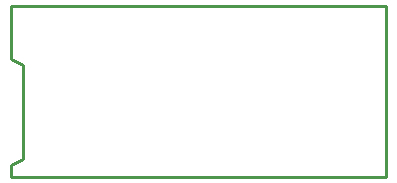
<source format=gbr>
G04 #@! TF.GenerationSoftware,KiCad,Pcbnew,5.1.5-52549c5~84~ubuntu19.10.1*
G04 #@! TF.CreationDate,2020-03-27T11:31:54+02:00*
G04 #@! TF.ProjectId,ESP-PROG_Rev.C,4553502d-5052-44f4-975f-5265762e432e,rev?*
G04 #@! TF.SameCoordinates,Original*
G04 #@! TF.FileFunction,Profile,NP*
%FSLAX46Y46*%
G04 Gerber Fmt 4.6, Leading zero omitted, Abs format (unit mm)*
G04 Created by KiCad (PCBNEW 5.1.5-52549c5~84~ubuntu19.10.1) date 2020-03-27 11:31:54*
%MOMM*%
%LPD*%
G04 APERTURE LIST*
%ADD10C,0.254000*%
G04 APERTURE END LIST*
D10*
X145750000Y-91000000D02*
X114000000Y-91000000D01*
X145750000Y-105500000D02*
X145750000Y-91000000D01*
X114000000Y-105500000D02*
X145750000Y-105500000D01*
X114000000Y-104500000D02*
X114000000Y-105500000D01*
X115000000Y-104000000D02*
X114000000Y-104500000D01*
X115000000Y-96000000D02*
X115000000Y-104000000D01*
X114000000Y-95500000D02*
X115000000Y-96000000D01*
X114000000Y-91000000D02*
X114000000Y-95500000D01*
M02*

</source>
